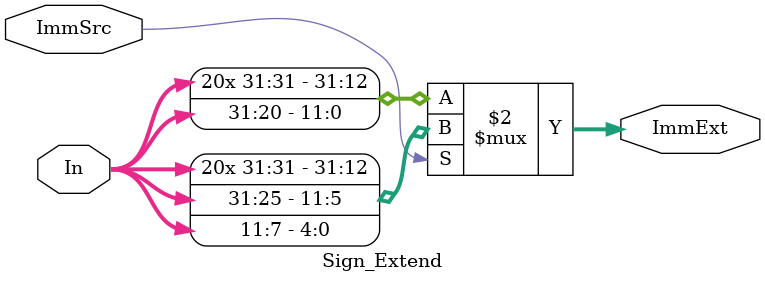
<source format=v>
module Sign_Extend(In, ImmSrc, ImmExt);
    input [31:0] In;
    input ImmSrc;

    output [31:0] ImmExt;

    // Sign extend 12-bit to 32-bit based on the most significant bit
    assign ImmExt = (ImmSrc == 1'b1) ? {{20{In[31]}}, In[31:25], In[11:7]} : 
                                       {{20{In[31]}}, In[31:20]};
    
endmodule
</source>
